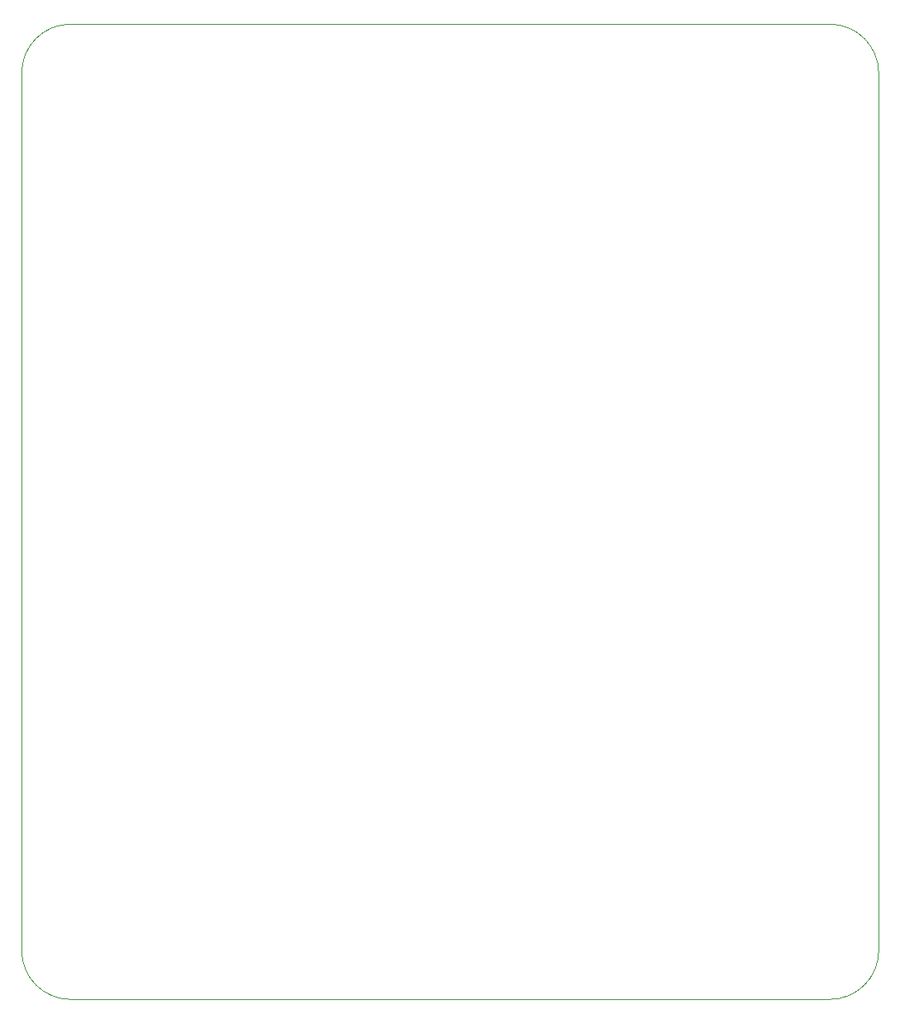
<source format=gbr>
%TF.GenerationSoftware,KiCad,Pcbnew,8.0.6*%
%TF.CreationDate,2024-11-21T01:01:48-08:00*%
%TF.ProjectId,ECE 411 Project,45434520-3431-4312-9050-726f6a656374,r1.6*%
%TF.SameCoordinates,Original*%
%TF.FileFunction,Profile,NP*%
%FSLAX46Y46*%
G04 Gerber Fmt 4.6, Leading zero omitted, Abs format (unit mm)*
G04 Created by KiCad (PCBNEW 8.0.6) date 2024-11-21 01:01:48*
%MOMM*%
%LPD*%
G01*
G04 APERTURE LIST*
%TA.AperFunction,Profile*%
%ADD10C,0.050000*%
%TD*%
G04 APERTURE END LIST*
D10*
X114500000Y-23700000D02*
G75*
G02*
X119500000Y-28700000I0J-5000000D01*
G01*
X36700000Y-123600000D02*
G75*
G02*
X31700000Y-118600000I0J5000000D01*
G01*
X31700000Y-28700000D02*
X31700000Y-118600000D01*
X36700000Y-123600000D02*
X114500000Y-123600000D01*
X119500000Y-118600000D02*
X119500000Y-28700000D01*
X119500000Y-118600000D02*
G75*
G02*
X114500000Y-123600000I-5000000J0D01*
G01*
X31700000Y-28700000D02*
G75*
G02*
X36700000Y-23700000I5000000J0D01*
G01*
X114500000Y-23700000D02*
X36700000Y-23700000D01*
M02*

</source>
